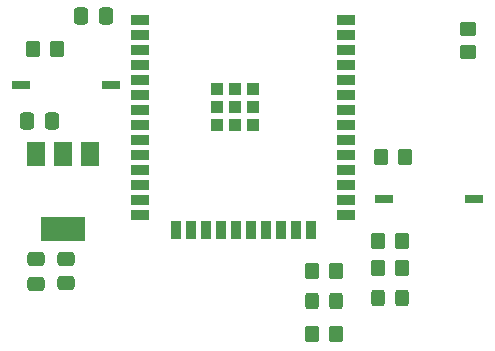
<source format=gbr>
%TF.GenerationSoftware,KiCad,Pcbnew,(7.0.0)*%
%TF.CreationDate,2023-04-20T18:18:11+02:00*%
%TF.ProjectId,PCB_uitlezen_gsm,5043425f-7569-4746-9c65-7a656e5f6773,rev?*%
%TF.SameCoordinates,Original*%
%TF.FileFunction,Paste,Top*%
%TF.FilePolarity,Positive*%
%FSLAX46Y46*%
G04 Gerber Fmt 4.6, Leading zero omitted, Abs format (unit mm)*
G04 Created by KiCad (PCBNEW (7.0.0)) date 2023-04-20 18:18:11*
%MOMM*%
%LPD*%
G01*
G04 APERTURE LIST*
G04 Aperture macros list*
%AMRoundRect*
0 Rectangle with rounded corners*
0 $1 Rounding radius*
0 $2 $3 $4 $5 $6 $7 $8 $9 X,Y pos of 4 corners*
0 Add a 4 corners polygon primitive as box body*
4,1,4,$2,$3,$4,$5,$6,$7,$8,$9,$2,$3,0*
0 Add four circle primitives for the rounded corners*
1,1,$1+$1,$2,$3*
1,1,$1+$1,$4,$5*
1,1,$1+$1,$6,$7*
1,1,$1+$1,$8,$9*
0 Add four rect primitives between the rounded corners*
20,1,$1+$1,$2,$3,$4,$5,0*
20,1,$1+$1,$4,$5,$6,$7,0*
20,1,$1+$1,$6,$7,$8,$9,0*
20,1,$1+$1,$8,$9,$2,$3,0*%
G04 Aperture macros list end*
%ADD10RoundRect,0.250000X0.350000X0.450000X-0.350000X0.450000X-0.350000X-0.450000X0.350000X-0.450000X0*%
%ADD11RoundRect,0.250000X-0.350000X-0.450000X0.350000X-0.450000X0.350000X0.450000X-0.350000X0.450000X0*%
%ADD12RoundRect,0.250000X0.325000X0.450000X-0.325000X0.450000X-0.325000X-0.450000X0.325000X-0.450000X0*%
%ADD13RoundRect,0.250000X0.337500X0.475000X-0.337500X0.475000X-0.337500X-0.475000X0.337500X-0.475000X0*%
%ADD14RoundRect,0.250000X-0.450000X0.350000X-0.450000X-0.350000X0.450000X-0.350000X0.450000X0.350000X0*%
%ADD15RoundRect,0.250000X-0.475000X0.337500X-0.475000X-0.337500X0.475000X-0.337500X0.475000X0.337500X0*%
%ADD16R,1.500000X2.000000*%
%ADD17R,3.800000X2.000000*%
%ADD18R,1.600000X0.760000*%
%ADD19RoundRect,0.250000X0.475000X-0.337500X0.475000X0.337500X-0.475000X0.337500X-0.475000X-0.337500X0*%
%ADD20R,1.500000X0.900000*%
%ADD21R,0.900000X1.500000*%
%ADD22R,1.050000X1.050000*%
G04 APERTURE END LIST*
D10*
%TO.C,R7*%
X124190000Y-103886000D03*
X122190000Y-103886000D03*
%TD*%
%TO.C,R6*%
X130032000Y-88900000D03*
X128032000Y-88900000D03*
%TD*%
%TO.C,R3*%
X124190000Y-98552000D03*
X122190000Y-98552000D03*
%TD*%
D11*
%TO.C,R1*%
X98568000Y-79756000D03*
X100568000Y-79756000D03*
%TD*%
D12*
%TO.C,D1*%
X124215000Y-101092000D03*
X122165000Y-101092000D03*
%TD*%
D13*
%TO.C,C1*%
X104669500Y-76962000D03*
X102594500Y-76962000D03*
%TD*%
%TO.C,C2*%
X100097500Y-85852000D03*
X98022500Y-85852000D03*
%TD*%
D14*
%TO.C,R5*%
X135382000Y-78010000D03*
X135382000Y-80010000D03*
%TD*%
D10*
%TO.C,R2*%
X129778000Y-96012000D03*
X127778000Y-96012000D03*
%TD*%
D15*
%TO.C,C4*%
X98806000Y-97514500D03*
X98806000Y-99589500D03*
%TD*%
D10*
%TO.C,R4*%
X129778000Y-98298000D03*
X127778000Y-98298000D03*
%TD*%
D16*
%TO.C,U3*%
X103391999Y-88645999D03*
X101091999Y-88645999D03*
D17*
X101091999Y-94945999D03*
D16*
X98791999Y-88645999D03*
%TD*%
D18*
%TO.C,SW2*%
X128269999Y-92455999D03*
X135889999Y-92455999D03*
%TD*%
D19*
%TO.C,C3*%
X101346000Y-99568000D03*
X101346000Y-97493000D03*
%TD*%
D20*
%TO.C,U1*%
X107559999Y-77309999D03*
X107559999Y-78579999D03*
X107559999Y-79849999D03*
X107559999Y-81119999D03*
X107559999Y-82389999D03*
X107559999Y-83659999D03*
X107559999Y-84929999D03*
X107559999Y-86199999D03*
X107559999Y-87469999D03*
X107559999Y-88739999D03*
X107559999Y-90009999D03*
X107559999Y-91279999D03*
X107559999Y-92549999D03*
X107559999Y-93819999D03*
D21*
X110599999Y-95069999D03*
X111869999Y-95069999D03*
X113139999Y-95069999D03*
X114409999Y-95069999D03*
X115679999Y-95069999D03*
X116949999Y-95069999D03*
X118219999Y-95069999D03*
X119489999Y-95069999D03*
X120759999Y-95069999D03*
X122029999Y-95069999D03*
D20*
X125059999Y-93819999D03*
X125059999Y-92549999D03*
X125059999Y-91279999D03*
X125059999Y-90009999D03*
X125059999Y-88739999D03*
X125059999Y-87469999D03*
X125059999Y-86199999D03*
X125059999Y-84929999D03*
X125059999Y-83659999D03*
X125059999Y-82389999D03*
X125059999Y-81119999D03*
X125059999Y-79849999D03*
X125059999Y-78579999D03*
X125059999Y-77309999D03*
D22*
X114104999Y-83124999D03*
X114104999Y-84649999D03*
X114104999Y-86174999D03*
X115629999Y-83124999D03*
X115629999Y-84649999D03*
X115629999Y-86174999D03*
X117154999Y-83124999D03*
X117154999Y-84649999D03*
X117154999Y-86174999D03*
%TD*%
D12*
%TO.C,D2*%
X129803000Y-100838000D03*
X127753000Y-100838000D03*
%TD*%
D18*
%TO.C,SW1*%
X105155999Y-82803999D03*
X97535999Y-82803999D03*
%TD*%
M02*

</source>
